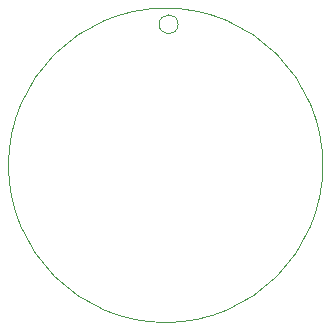
<source format=gbr>
%TF.GenerationSoftware,KiCad,Pcbnew,7.0.10*%
%TF.CreationDate,2024-09-02T03:13:39+05:30*%
%TF.ProjectId,Ki-demo,4b692d64-656d-46f2-9e6b-696361645f70,rev?*%
%TF.SameCoordinates,Original*%
%TF.FileFunction,Profile,NP*%
%FSLAX46Y46*%
G04 Gerber Fmt 4.6, Leading zero omitted, Abs format (unit mm)*
G04 Created by KiCad (PCBNEW 7.0.10) date 2024-09-02 03:13:39*
%MOMM*%
%LPD*%
G01*
G04 APERTURE LIST*
%TA.AperFunction,Profile*%
%ADD10C,0.100000*%
%TD*%
G04 APERTURE END LIST*
D10*
X92497219Y-42164000D02*
G75*
G03*
X90890781Y-42164000I-803219J0D01*
G01*
X90890781Y-42164000D02*
G75*
G03*
X92497219Y-42164000I803219J0D01*
G01*
X104747758Y-54102000D02*
G75*
G03*
X78132242Y-54102000I-13307758J0D01*
G01*
X78132242Y-54102000D02*
G75*
G03*
X104747758Y-54102000I13307758J0D01*
G01*
M02*

</source>
